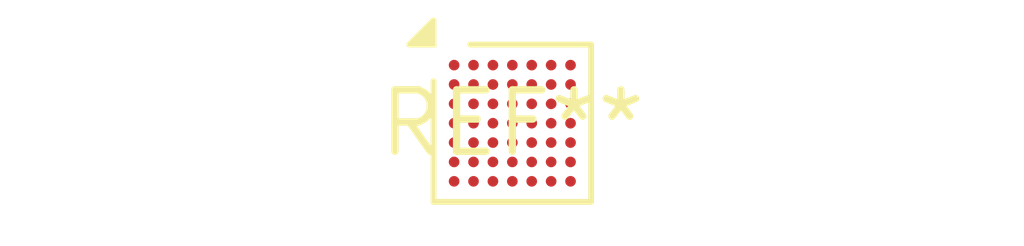
<source format=kicad_pcb>
(kicad_pcb (version 20240108) (generator pcbnew)
  (layers (0 "F.Cu" signal) (31 "B.Cu" signal) (34 "B.Paste" user) (35 "F.Paste" user) (36 "B.SilkS" user "B.Silkscreen") (37 "F.SilkS" user "F.Silkscreen") (38 "B.Mask" user) (39 "F.Mask" user) (44 "Edge.Cuts" user))
  (net 0 "")
  (footprint "ST_WLCSP-49_Die433" (layer "F.Cu") (at 0 0)
    (property "Reference" "REF**")
    (property "Value" "ST_WLCSP-49_Die433")
    (fp_line (start -1.6245 1.6245) (end -1.6245 -0.86725) (layer "F.SilkS") (stroke (width 0.12)))
    (fp_line (start -0.86725 -1.6245) (end 1.6245 -1.6245) (layer "F.SilkS") (stroke (width 0.12)))
    (fp_line (start 1.6245 -1.6245) (end 1.6245 1.6245) (layer "F.SilkS") (stroke (width 0.12)))
    (fp_line (start 1.6245 1.6245) (end -1.6245 1.6245) (layer "F.SilkS") (stroke (width 0.12)))
    (fp_poly (pts (xy -1.6245 -1.6245) (xy -2.1245 -1.6245) (xy -1.6245 -2.1245) (xy -1.6245 -1.6245)) (layer "F.SilkS") (stroke (width 0.12)) (fill solid))
    (pad "A1" smd circle (at -1.2 -1.2) (size 0.22 0.22) (property pad_prop_bga) (layers "F.Cu" "F.Paste" "F.Mask"))
    (pad "A2" smd circle (at -0.8 -1.2) (size 0.22 0.22) (property pad_prop_bga) (layers "F.Cu" "F.Paste" "F.Mask"))
    (pad "A3" smd circle (at -0.4 -1.2) (size 0.22 0.22) (property pad_prop_bga) (layers "F.Cu" "F.Paste" "F.Mask"))
    (pad "A4" smd circle (at 0 -1.2) (size 0.22 0.22) (property pad_prop_bga) (layers "F.Cu" "F.Paste" "F.Mask"))
    (pad "A5" smd circle (at 0.4 -1.2) (size 0.22 0.22) (property pad_prop_bga) (layers "F.Cu" "F.Paste" "F.Mask"))
    (pad "A6" smd circle (at 0.8 -1.2) (size 0.22 0.22) (property pad_prop_bga) (layers "F.Cu" "F.Paste" "F.Mask"))
    (pad "A7" smd circle (at 1.2 -1.2) (size 0.22 0.22) (property pad_prop_bga) (layers "F.Cu" "F.Paste" "F.Mask"))
    (pad "B1" smd circle (at -1.2 -0.8) (size 0.22 0.22) (property pad_prop_bga) (layers "F.Cu" "F.Paste" "F.Mask"))
    (pad "B2" smd circle (at -0.8 -0.8) (size 0.22 0.22) (property pad_prop_bga) (layers "F.Cu" "F.Paste" "F.Mask"))
    (pad "B3" smd circle (at -0.4 -0.8) (size 0.22 0.22) (property pad_prop_bga) (layers "F.Cu" "F.Paste" "F.Mask"))
    (pad "B4" smd circle (at 0 -0.8) (size 0.22 0.22) (property pad_prop_bga) (layers "F.Cu" "F.Paste" "F.Mask"))
    (pad "B5" smd circle (at 0.4 -0.8) (size 0.22 0.22) (property pad_prop_bga) (layers "F.Cu" "F.Paste" "F.Mask"))
    (pad "B6" smd circle (at 0.8 -0.8) (size 0.22 0.22) (property pad_prop_bga) (layers "F.Cu" "F.Paste" "F.Mask"))
    (pad "B7" smd circle (at 1.2 -0.8) (size 0.22 0.22) (property pad_prop_bga) (layers "F.Cu" "F.Paste" "F.Mask"))
    (pad "C1" smd circle (at -1.2 -0.4) (size 0.22 0.22) (property pad_prop_bga) (layers "F.Cu" "F.Paste" "F.Mask"))
    (pad "C2" smd circle (at -0.8 -0.4) (size 0.22 0.22) (property pad_prop_bga) (layers "F.Cu" "F.Paste" "F.Mask"))
    (pad "C3" smd circle (at -0.4 -0.4) (size 0.22 0.22) (property pad_prop_bga) (layers "F.Cu" "F.Paste" "F.Mask"))
    (pad "C4" smd circle (at 0 -0.4) (size 0.22 0.22) (property pad_prop_bga) (layers "F.Cu" "F.Paste" "F.Mask"))
    (pad "C5" smd circle (at 0.4 -0.4) (size 0.22 0.22) (property pad_prop_bga) (layers "F.Cu" "F.Paste" "F.Mask"))
    (pad "C6" smd circle (at 0.8 -0.4) (size 0.22 0.22) (property pad_prop_bga) (layers "F.Cu" "F.Paste" "F.Mask"))
    (pad "C7" smd circle (at 1.2 -0.4) (size 0.22 0.22) (property pad_prop_bga) (layers "F.Cu" "F.Paste" "F.Mask"))
    (pad "D1" smd circle (at -1.2 0) (size 0.22 0.22) (property pad_prop_bga) (layers "F.Cu" "F.Paste" "F.Mask"))
    (pad "D2" smd circle (at -0.8 0) (size 0.22 0.22) (property pad_prop_bga) (layers "F.Cu" "F.Paste" "F.Mask"))
    (pad "D3" smd circle (at -0.4 0) (size 0.22 0.22) (property pad_prop_bga) (layers "F.Cu" "F.Paste" "F.Mask"))
    (pad "D4" smd circle (at 0 0) (size 0.22 0.22) (property pad_prop_bga) (layers "F.Cu" "F.Paste" "F.Mask"))
    (pad "D5" smd circle (at 0.4 0) (size 0.22 0.22) (property pad_prop_bga) (layers "F.Cu" "F.Paste" "F.Mask"))
    (pad "D6" smd circle (at 0.8 0) (size 0.22 0.22) (property pad_prop_bga) (layers "F.Cu" "F.Paste" "F.Mask"))
    (pad "D7" smd circle (at 1.2 0) (size 0.22 0.22) (property pad_prop_bga) (layers "F.Cu" "F.Paste" "F.Mask"))
    (pad "E1" smd circle (at -1.2 0.4) (size 0.22 0.22) (property pad_prop_bga) (layers "F.Cu" "F.Paste" "F.Mask"))
    (pad "E2" smd circle (at -0.8 0.4) (size 0.22 0.22) (property pad_prop_bga) (layers "F.Cu" "F.Paste" "F.Mask"))
    (pad "E3" smd circle (at -0.4 0.4) (size 0.22 0.22) (property pad_prop_bga) (layers "F.Cu" "F.Paste" "F.Mask"))
    (pad "E4" smd circle (at 0 0.4) (size 0.22 0.22) (property pad_prop_bga) (layers "F.Cu" "F.Paste" "F.Mask"))
    (pad "E5" smd circle (at 0.4 0.4) (size 0.22 0.22) (property pad_prop_bga) (layers "F.Cu" "F.Paste" "F.Mask"))
    (pad "E6" smd circle (at 0.8 0.4) (size 0.22 0.22) (property pad_prop_bga) (layers "F.Cu" "F.Paste" "F.Mask"))
    (pad "E7" smd circle (at 1.2 0.4) (size 0.22 0.22) (property pad_prop_bga) (layers "F.Cu" "F.Paste" "F.Mask"))
    (pad "F1" smd circle (at -1.2 0.8) (size 0.22 0.22) (property pad_prop_bga) (layers "F.Cu" "F.Paste" "F.Mask"))
    (pad "F2" smd circle (at -0.8 0.8) (size 0.22 0.22) (property pad_prop_bga) (layers "F.Cu" "F.Paste" "F.Mask"))
    (pad "F3" smd circle (at -0.4 0.8) (size 0.22 0.22) (property pad_prop_bga) (layers "F.Cu" "F.Paste" "F.Mask"))
    (pad "F4" smd circle (at 0 0.8) (size 0.22 0.22) (property pad_prop_bga) (layers "F.Cu" "F.Paste" "F.Mask"))
    (pad "F5" smd circle (at 0.4 0.8) (size 0.22 0.22) (property pad_prop_bga) (layers "F.Cu" "F.Paste" "F.Mask"))
    (pad "F6" smd circle (at 0.8 0.8) (size 0.22 0.22) (property pad_prop_bga) (layers "F.Cu" "F.Paste" "F.Mask"))
    (pad "F7" smd circle (at 1.2 0.8) (size 0.22 0.22) (property pad_prop_bga) (layers "F.Cu" "F.Paste" "F.Mask"))
    (pad "G1" smd circle (at -1.2 1.2) (size 0.22 0.22) (property pad_prop_bga) (layers "F.Cu" "F.Paste" "F.Mask"))
    (pad "G2" smd circle (at -0.8 1.2) (size 0.22 0.22) (property pad_prop_bga) (layers "F.Cu" "F.Paste" "F.Mask"))
    (pad "G3" smd circle (at -0.4 1.2) (size 0.22 0.22) (property pad_prop_bga) (layers "F.Cu" "F.Paste" "F.Mask"))
    (pad "G4" smd circle (at 0 1.2) (size 0.22 0.22) (property pad_prop_bga) (layers "F.Cu" "F.Paste" "F.Mask"))
    (pad "G5" smd circle (at 0.4 1.2) (size 0.22 0.22) (property pad_prop_bga) (layers "F.Cu" "F.Paste" "F.Mask"))
    (pad "G6" smd circle (at 0.8 1.2) (size 0.22 0.22) (property pad_prop_bga) (layers "F.Cu" "F.Paste" "F.Mask"))
    (pad "G7" smd circle (at 1.2 1.2) (size 0.22 0.22) (property pad_prop_bga) (layers "F.Cu" "F.Paste" "F.Mask"))
  )
)
</source>
